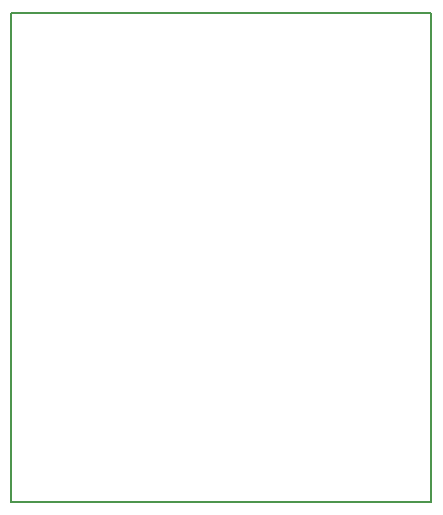
<source format=gbr>
G04 #@! TF.GenerationSoftware,KiCad,Pcbnew,5.1.5-52549c5~84~ubuntu18.04.1*
G04 #@! TF.CreationDate,2020-03-03T12:18:11-05:00*
G04 #@! TF.ProjectId,midi_io,6d696469-5f69-46f2-9e6b-696361645f70,1*
G04 #@! TF.SameCoordinates,Original*
G04 #@! TF.FileFunction,Profile,NP*
%FSLAX46Y46*%
G04 Gerber Fmt 4.6, Leading zero omitted, Abs format (unit mm)*
G04 Created by KiCad (PCBNEW 5.1.5-52549c5~84~ubuntu18.04.1) date 2020-03-03 12:18:11*
%MOMM*%
%LPD*%
G04 APERTURE LIST*
%ADD10C,0.150000*%
G04 APERTURE END LIST*
D10*
X166878000Y-120777000D02*
X166878000Y-79375000D01*
X131318000Y-120777000D02*
X166878000Y-120777000D01*
X131318000Y-79375000D02*
X131318000Y-120777000D01*
X166878000Y-79375000D02*
X131318000Y-79375000D01*
M02*

</source>
